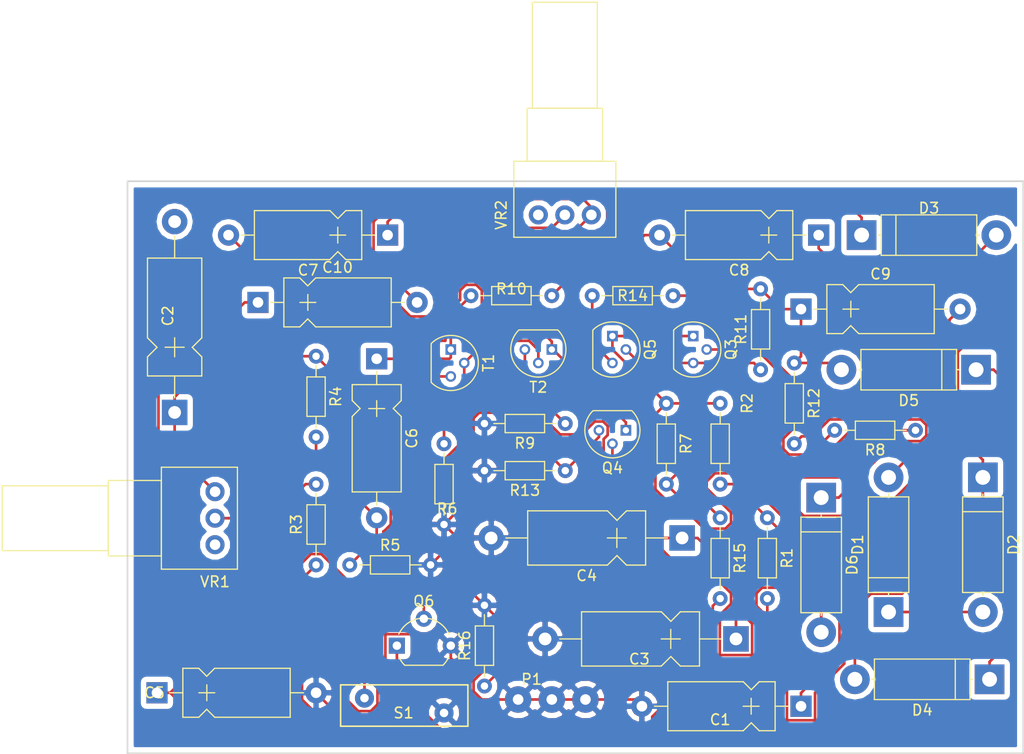
<source format=kicad_pcb>
(kicad_pcb (version 4) (host pcbnew 4.0.5)
  (title_block (title FinalProjectPCB) (date 2017-06-12) (rev V1.0) (company "Ventspils College") (comment 1 Autor) (comment 2 "Ahmet Çelik") (comment 3 "Final_Project_PCB Kurs"))
  (layers (0 F.Cu signal) (31 B.Cu signal) (34 B.Paste user) (35 F.Paste user) (36 B.SilkS user) (37 F.SilkS user) (38 B.Mask user) (39 F.Mask user) (44 Edge.Cuts user))
  (net 0 "")
  (net 1 "Net-(C1-Pad1)")
  (net 2 GND)
  (net 3 "Net-(C2-Pad1)")
  (net 4 "Net-(C2-Pad2)")
  (net 5 +63V)
  (net 6 "Net-(C5-Pad1)")
  (net 7 "Net-(C6-Pad1)")
  (net 8 "Net-(C6-Pad2)")
  (net 9 "Net-(C7-Pad1)")
  (net 10 "Net-(C7-Pad2)")
  (net 11 "Net-(C8-Pad1)")
  (net 12 "Net-(C10-Pad2)")
  (net 13 "Net-(C9-Pad2)")
  (net 14 "Net-(C10-Pad1)")
  (net 15 "Net-(D1-Pad1)")
  (net 16 "Net-(D1-Pad2)")
  (net 17 "Net-(D2-Pad1)")
  (net 18 "Net-(D3-Pad1)")
  (net 19 "Net-(D4-Pad1)")
  (net 20 "Net-(D6-Pad1)")
  (net 21 "Net-(D6-Pad2)")
  (net 22 "Net-(Q3-Pad3)")
  (net 23 "Net-(Q4-Pad3)")
  (net 24 "Net-(Q5-Pad3)")
  (net 25 "Net-(R3-Pad2)")
  (net 26 "Net-(R9-Pad1)")
  (net 27 "Net-(R14-Pad2)")
  (module Capacitors_THT:CP_Axial_L10.0mm_D4.5mm_P15.00mm_Horizontal (layer F.Cu) (at 74.535 54.61)
    (fp_text reference C10 (at 7.5 -3.31) (layer F.SilkS))
    (fp_text value 220uF)
    (pad 1 thru_hole rect (at 0 0) (size 2 2) (drill 1) (layers *.Cu *.Mask) (net 14 "Net-(C10-Pad1)"))
    (pad 2 thru_hole oval (at 15 0) (size 2 2) (drill 1) (layers *.Cu *.Mask) (net 12 "Net-(C10-Pad2)"))
  )
  (module Resistors_THT:R_Axial_DIN0204_L3.6mm_D1.6mm_P7.62mm_Horizontal (layer F.Cu) (at 125.095 60.325 270)
    (fp_text reference R12 (at 3.81 -1.86 270) (layer F.SilkS))
    (fp_text value 220)
    (pad 1 thru_hole circle (at 0 0 270) (size 1.4 1.4) (drill 0.7) (layers *.Cu *.Mask) (net 12 "Net-(C10-Pad2)"))
    (pad 2 thru_hole oval (at 7.62 0 270) (size 1.4 1.4) (drill 0.7) (layers *.Cu *.Mask) (net 20 "Net-(D6-Pad1)"))
  )
  (module Capacitors_THT:CP_Axial_L10.0mm_D4.5mm_P15.00mm_Horizontal (layer F.Cu) (at 125.73 92.71 180)
    (fp_text reference C1 (at 7.62 -1.27 180) (layer F.SilkS))
    (fp_text value 2.2uF)
    (pad 1 thru_hole rect (at 0 0 180) (size 2 2) (drill 1) (layers *.Cu *.Mask) (net 1 "Net-(C1-Pad1)"))
    (pad 2 thru_hole oval (at 15 0 180) (size 2 2) (drill 1) (layers *.Cu *.Mask) (net 2 GND))
  )
  (module Capacitors_THT:CP_Axial_L11.0mm_D5.0mm_P18.00mm_Horizontal (layer F.Cu) (at 66.675 64.99 90)
    (fp_text reference C2 (at 9.11 -0.635 90) (layer F.SilkS))
    (fp_text value 0.47uF)
    (pad 1 thru_hole rect (at 0 0 90) (size 2.4 2.4) (drill 1.2) (layers *.Cu *.Mask) (net 3 "Net-(C2-Pad1)"))
    (pad 2 thru_hole oval (at 18 0 90) (size 2.4 2.4) (drill 1.2) (layers *.Cu *.Mask) (net 4 "Net-(C2-Pad2)"))
  )
  (module Capacitors_THT:CP_Axial_L11.0mm_D5.0mm_P18.00mm_Horizontal (layer F.Cu) (at 119.6 86.36 180)
    (fp_text reference C3 (at 9.11 -1.905 180) (layer F.SilkS))
    (fp_text value 33uF)
    (pad 1 thru_hole rect (at 0 0 180) (size 2.4 2.4) (drill 1.2) (layers *.Cu *.Mask) (net 5 +63V))
    (pad 2 thru_hole oval (at 18 0 180) (size 2.4 2.4) (drill 1.2) (layers *.Cu *.Mask) (net 2 GND))
  )
  (module Capacitors_THT:CP_Axial_L11.0mm_D5.0mm_P18.00mm_Horizontal (layer F.Cu) (at 114.52 76.835 180)
    (fp_text reference C4 (at 9 -3.56 180) (layer F.SilkS))
    (fp_text value 0.01uF)
    (pad 1 thru_hole rect (at 0 0 180) (size 2.4 2.4) (drill 1.2) (layers *.Cu *.Mask) (net 5 +63V))
    (pad 2 thru_hole oval (at 18 0 180) (size 2.4 2.4) (drill 1.2) (layers *.Cu *.Mask) (net 2 GND))
  )
  (module Capacitors_THT:CP_Axial_L10.0mm_D4.5mm_P15.00mm_Horizontal (layer F.Cu) (at 65.01 91.44)
    (fp_text reference C5 (at -0.24 0) (layer F.SilkS))
    (fp_text value 1uF)
    (pad 1 thru_hole rect (at 0 0) (size 2 2) (drill 1) (layers *.Cu *.Mask) (net 6 "Net-(C5-Pad1)"))
    (pad 2 thru_hole oval (at 15 0) (size 2 2) (drill 1) (layers *.Cu *.Mask) (net 2 GND))
  )
  (module Capacitors_THT:CP_Axial_L10.0mm_D4.5mm_P15.00mm_Horizontal (layer F.Cu) (at 85.725 59.93 270)
    (fp_text reference C6 (at 7.5 -3.31 270) (layer F.SilkS))
    (fp_text value 220uF)
    (pad 1 thru_hole rect (at 0 0 270) (size 2 2) (drill 1) (layers *.Cu *.Mask) (net 7 "Net-(C6-Pad1)"))
    (pad 2 thru_hole oval (at 15 0 270) (size 2 2) (drill 1) (layers *.Cu *.Mask) (net 8 "Net-(C6-Pad2)"))
  )
  (module Capacitors_THT:CP_Axial_L10.0mm_D4.5mm_P15.00mm_Horizontal (layer F.Cu) (at 86.755 48.26 180)
    (fp_text reference C7 (at 7.5 -3.31 180) (layer F.SilkS))
    (fp_text value 270pF)
    (pad 1 thru_hole rect (at 0 0 180) (size 2 2) (drill 1) (layers *.Cu *.Mask) (net 9 "Net-(C7-Pad1)"))
    (pad 2 thru_hole oval (at 15 0 180) (size 2 2) (drill 1) (layers *.Cu *.Mask) (net 10 "Net-(C7-Pad2)"))
  )
  (module Capacitors_THT:CP_Axial_L10.0mm_D4.5mm_P15.00mm_Horizontal (layer F.Cu) (at 127.395 48.26 180)
    (fp_text reference C8 (at 7.5 -3.31 180) (layer F.SilkS))
    (fp_text value 2200uF)
    (pad 1 thru_hole rect (at 0 0 180) (size 2 2) (drill 1) (layers *.Cu *.Mask) (net 11 "Net-(C8-Pad1)"))
    (pad 2 thru_hole oval (at 15 0 180) (size 2 2) (drill 1) (layers *.Cu *.Mask) (net 12 "Net-(C10-Pad2)"))
  )
  (module Capacitors_THT:CP_Axial_L10.0mm_D4.5mm_P15.00mm_Horizontal (layer F.Cu) (at 125.73 55.245)
    (fp_text reference C9 (at 7.5 -3.31) (layer F.SilkS))
    (fp_text value 0.1mF)
    (pad 1 thru_hole rect (at 0 0) (size 2 2) (drill 1) (layers *.Cu *.Mask) (net 12 "Net-(C10-Pad2)"))
    (pad 2 thru_hole oval (at 15 0) (size 2 2) (drill 1) (layers *.Cu *.Mask) (net 13 "Net-(C9-Pad2)"))
  )
  (module Diodes_THT:D_5W_P12.70mm_Horizontal (layer F.Cu) (at 133.985 83.82 90)
    (fp_text reference D1 (at 6.35 -2.91 90) (layer F.SilkS))
    (fp_text value D1N4004)
    (pad 1 thru_hole rect (at 0 0 90) (size 2.8 2.8) (drill 1.4) (layers *.Cu *.Mask) (net 15 "Net-(D1-Pad1)"))
    (pad 2 thru_hole oval (at 12.7 0 90) (size 2.8 2.8) (drill 1.4) (layers *.Cu *.Mask) (net 16 "Net-(D1-Pad2)"))
  )
  (module Diodes_THT:D_5W_P12.70mm_Horizontal (layer F.Cu) (at 142.875 71.12 270)
    (fp_text reference D2 (at 6.35 -2.91 270) (layer F.SilkS))
    (fp_text value D1N4004)
    (pad 1 thru_hole rect (at 0 0 270) (size 2.8 2.8) (drill 1.4) (layers *.Cu *.Mask) (net 17 "Net-(D2-Pad1)"))
    (pad 2 thru_hole oval (at 12.7 0 270) (size 2.8 2.8) (drill 1.4) (layers *.Cu *.Mask) (net 15 "Net-(D1-Pad1)"))
  )
  (module Diodes_THT:D_5W_P12.70mm_Horizontal (layer F.Cu) (at 131.445 48.26)
    (fp_text reference D3 (at 6.35 -2.54) (layer F.SilkS))
    (fp_text value D1N4004)
    (pad 1 thru_hole rect (at 0 0) (size 2.8 2.8) (drill 1.4) (layers *.Cu *.Mask) (net 18 "Net-(D3-Pad1)"))
    (pad 2 thru_hole oval (at 12.7 0) (size 2.8 2.8) (drill 1.4) (layers *.Cu *.Mask) (net 17 "Net-(D2-Pad1)"))
  )
  (module Diodes_THT:D_5W_P12.70mm_Horizontal (layer F.Cu) (at 143.51 90.17 180)
    (fp_text reference D4 (at 6.35 -2.91 180) (layer F.SilkS))
    (fp_text value D1N750)
    (pad 1 thru_hole rect (at 0 0 180) (size 2.8 2.8) (drill 1.4) (layers *.Cu *.Mask) (net 19 "Net-(D4-Pad1)"))
    (pad 2 thru_hole oval (at 12.7 0 180) (size 2.8 2.8) (drill 1.4) (layers *.Cu *.Mask) (net 17 "Net-(D2-Pad1)"))
  )
  (module Diodes_THT:D_5W_P12.70mm_Horizontal (layer F.Cu) (at 142.24 60.96 180)
    (fp_text reference D5 (at 6.35 -2.91 180) (layer F.SilkS))
    (fp_text value D1N750)
    (pad 1 thru_hole rect (at 0 0 180) (size 2.8 2.8) (drill 1.4) (layers *.Cu *.Mask) (net 19 "Net-(D4-Pad1)"))
    (pad 2 thru_hole oval (at 12.7 0 180) (size 2.8 2.8) (drill 1.4) (layers *.Cu *.Mask) (net 12 "Net-(C10-Pad2)"))
  )
  (module Diodes_THT:D_5W_P12.70mm_Horizontal (layer F.Cu) (at 127.635 73.025 270)
    (fp_text reference D6 (at 6.35 -2.91 270) (layer F.SilkS))
    (fp_text value D1N4004)
    (pad 1 thru_hole rect (at 0 0 270) (size 2.8 2.8) (drill 1.4) (layers *.Cu *.Mask) (net 20 "Net-(D6-Pad1)"))
    (pad 2 thru_hole oval (at 12.7 0 270) (size 2.8 2.8) (drill 1.4) (layers *.Cu *.Mask) (net 21 "Net-(D6-Pad2)"))
  )
  (module TO_SOT_Packages_THT:TO-92_Molded_Narrow (layer F.Cu) (at 115.57 57.785 270)
    (fp_text reference Q3 (at 1.27 -3.56 270) (layer F.SilkS))
    (fp_text value D400)
    (pad 2 thru_hole circle (at 1.27 -1.27) (size 1 1) (drill 0.6) (layers *.Cu *.Mask) (net 16 "Net-(D1-Pad2)"))
    (pad 3 thru_hole circle (at 2.54 0) (size 1 1) (drill 0.6) (layers *.Cu *.Mask) (net 22 "Net-(Q3-Pad3)"))
    (pad 1 thru_hole rect (at 0 0) (size 1 1) (drill 0.6) (layers *.Cu *.Mask) (net 5 +63V))
  )
  (module TO_SOT_Packages_THT:TO-92_Molded_Narrow (layer F.Cu) (at 109.22 66.675 180)
    (fp_text reference Q4 (at 1.27 -3.56 180) (layer F.SilkS))
    (fp_text value A683)
    (pad 2 thru_hole circle (at 1.27 -1.27 270) (size 1 1) (drill 0.6) (layers *.Cu *.Mask) (net 20 "Net-(D6-Pad1)"))
    (pad 3 thru_hole circle (at 2.54 0 270) (size 1 1) (drill 0.6) (layers *.Cu *.Mask) (net 23 "Net-(Q4-Pad3)"))
    (pad 1 thru_hole rect (at 0 0 270) (size 1 1) (drill 0.6) (layers *.Cu *.Mask) (net 9 "Net-(C7-Pad1)"))
  )
  (module TO_SOT_Packages_THT:TO-92_Molded_Narrow (layer F.Cu) (at 107.95 57.785 270)
    (fp_text reference Q5 (at 1.27 -3.56 270) (layer F.SilkS))
    (fp_text value TIP3055)
    (pad 2 thru_hole circle (at 1.27 -1.27) (size 1 1) (drill 0.6) (layers *.Cu *.Mask) (net 22 "Net-(Q3-Pad3)"))
    (pad 3 thru_hole circle (at 2.54 0) (size 1 1) (drill 0.6) (layers *.Cu *.Mask) (net 24 "Net-(Q5-Pad3)"))
    (pad 1 thru_hole rect (at 0 0) (size 1 1) (drill 0.6) (layers *.Cu *.Mask) (net 5 +63V))
  )
  (module Resistors_THT:R_Axial_DIN0204_L3.6mm_D1.6mm_P7.62mm_Horizontal (layer F.Cu) (at 122.555 74.93 270)
    (fp_text reference R1 (at 3.81 -1.86 270) (layer F.SilkS))
    (fp_text value 12K)
    (pad 1 thru_hole circle (at 0 0 270) (size 1.4 1.4) (drill 0.7) (layers *.Cu *.Mask) (net 1 "Net-(C1-Pad1)"))
    (pad 2 thru_hole oval (at 7.62 0 270) (size 1.4 1.4) (drill 0.7) (layers *.Cu *.Mask) (net 6 "Net-(C5-Pad1)"))
  )
  (module Resistors_THT:R_Axial_DIN0204_L3.6mm_D1.6mm_P7.62mm_Horizontal (layer F.Cu) (at 118.11 64.135 270)
    (fp_text reference R2 (at 0 -2.54 270) (layer F.SilkS))
    (fp_text value 39K)
    (pad 1 thru_hole circle (at 0 0 270) (size 1.4 1.4) (drill 0.7) (layers *.Cu *.Mask) (net 5 +63V))
    (pad 2 thru_hole oval (at 7.62 0 270) (size 1.4 1.4) (drill 0.7) (layers *.Cu *.Mask) (net 1 "Net-(C1-Pad1)"))
  )
  (module Resistors_THT:R_Axial_DIN0204_L3.6mm_D1.6mm_P7.62mm_Horizontal (layer F.Cu) (at 80.01 79.375 90)
    (fp_text reference R3 (at 3.81 -1.86 90) (layer F.SilkS))
    (fp_text value 56K)
    (pad 1 thru_hole circle (at 0 0 90) (size 1.4 1.4) (drill 0.7) (layers *.Cu *.Mask) (net 6 "Net-(C5-Pad1)"))
    (pad 2 thru_hole oval (at 7.62 0 90) (size 1.4 1.4) (drill 0.7) (layers *.Cu *.Mask) (net 25 "Net-(R3-Pad2)"))
  )
  (module Resistors_THT:R_Axial_DIN0204_L3.6mm_D1.6mm_P7.62mm_Horizontal (layer F.Cu) (at 80.01 59.69 270)
    (fp_text reference R4 (at 3.81 -1.86 270) (layer F.SilkS))
    (fp_text value 100K)
    (pad 1 thru_hole circle (at 0 0 270) (size 1.4 1.4) (drill 0.7) (layers *.Cu *.Mask) (net 3 "Net-(C2-Pad1)"))
    (pad 2 thru_hole oval (at 7.62 0 270) (size 1.4 1.4) (drill 0.7) (layers *.Cu *.Mask) (net 8 "Net-(C6-Pad2)"))
  )
  (module Resistors_THT:R_Axial_DIN0204_L3.6mm_D1.6mm_P7.62mm_Horizontal (layer F.Cu) (at 83.185 79.375)
    (fp_text reference R5 (at 3.81 -1.86) (layer F.SilkS))
    (fp_text value 100)
    (pad 1 thru_hole circle (at 0 0) (size 1.4 1.4) (drill 0.7) (layers *.Cu *.Mask) (net 8 "Net-(C6-Pad2)"))
    (pad 2 thru_hole oval (at 7.62 0) (size 1.4 1.4) (drill 0.7) (layers *.Cu *.Mask) (net 2 GND))
  )
  (module Resistors_THT:R_Axial_DIN0204_L3.6mm_D1.6mm_P7.62mm_Horizontal (layer F.Cu) (at 92.075 67.945 270)
    (fp_text reference R6 (at 6.139999 -0.295 360) (layer F.SilkS))
    (fp_text value 3.3K)
    (pad 1 thru_hole circle (at 0 0 270) (size 1.4 1.4) (drill 0.7) (layers *.Cu *.Mask) (net 10 "Net-(C7-Pad2)"))
    (pad 2 thru_hole oval (at 7.62 0 270) (size 1.4 1.4) (drill 0.7) (layers *.Cu *.Mask) (net 2 GND))
  )
  (module Resistors_THT:R_Axial_DIN0204_L3.6mm_D1.6mm_P7.62mm_Horizontal (layer F.Cu) (at 113.03 64.135 270)
    (fp_text reference R7 (at 3.81 -1.86 270) (layer F.SilkS))
    (fp_text value 560)
    (pad 1 thru_hole circle (at 0 0 270) (size 1.4 1.4) (drill 0.7) (layers *.Cu *.Mask) (net 5 +63V))
    (pad 2 thru_hole oval (at 7.62 0 270) (size 1.4 1.4) (drill 0.7) (layers *.Cu *.Mask) (net 11 "Net-(C8-Pad1)"))
  )
  (module Resistors_THT:R_Axial_DIN0204_L3.6mm_D1.6mm_P7.62mm_Horizontal (layer F.Cu) (at 136.525 66.675 180)
    (fp_text reference R8 (at 3.81 -1.86 180) (layer F.SilkS))
    (fp_text value 1)
    (pad 1 thru_hole circle (at 0 0 180) (size 1.4 1.4) (drill 0.7) (layers *.Cu *.Mask) (net 11 "Net-(C8-Pad1)"))
    (pad 2 thru_hole oval (at 7.62 0 180) (size 1.4 1.4) (drill 0.7) (layers *.Cu *.Mask) (net 16 "Net-(D1-Pad2)"))
  )
  (module Resistors_THT:R_Axial_DIN0204_L3.6mm_D1.6mm_P7.62mm_Horizontal (layer F.Cu) (at 103.505 66.04 180)
    (fp_text reference R9 (at 3.81 -1.86 180) (layer F.SilkS))
    (fp_text value 100)
    (pad 1 thru_hole circle (at 0 0 180) (size 1.4 1.4) (drill 0.7) (layers *.Cu *.Mask) (net 26 "Net-(R9-Pad1)"))
    (pad 2 thru_hole oval (at 7.62 0 180) (size 1.4 1.4) (drill 0.7) (layers *.Cu *.Mask) (net 2 GND))
  )
  (module Resistors_THT:R_Axial_DIN0204_L3.6mm_D1.6mm_P7.62mm_Horizontal (layer F.Cu) (at 94.615 53.975)
    (fp_text reference R10 (at 3.81 -0.635) (layer F.SilkS))
    (fp_text value 5K6)
    (pad 1 thru_hole circle (at 0 0) (size 1.4 1.4) (drill 0.7) (layers *.Cu *.Mask) (net 7 "Net-(C6-Pad1)"))
    (pad 2 thru_hole oval (at 7.62 0) (size 1.4 1.4) (drill 0.7) (layers *.Cu *.Mask) (net 12 "Net-(C10-Pad2)"))
  )
  (module Resistors_THT:R_Axial_DIN0204_L3.6mm_D1.6mm_P7.62mm_Horizontal (layer F.Cu) (at 121.92 60.96 90)
    (fp_text reference R11 (at 3.81 -1.86 90) (layer F.SilkS))
    (fp_text value 220)
    (pad 1 thru_hole circle (at 0 0 90) (size 1.4 1.4) (drill 0.7) (layers *.Cu *.Mask) (net 22 "Net-(Q3-Pad3)"))
    (pad 2 thru_hole oval (at 7.62 0 90) (size 1.4 1.4) (drill 0.7) (layers *.Cu *.Mask) (net 12 "Net-(C10-Pad2)"))
  )
  (module Resistors_THT:R_Axial_DIN0204_L3.6mm_D1.6mm_P7.62mm_Horizontal (layer F.Cu) (at 103.505 70.485 180)
    (fp_text reference R13 (at 3.81 -1.86 180) (layer F.SilkS))
    (fp_text value 220)
    (pad 1 thru_hole circle (at 0 0 180) (size 1.4 1.4) (drill 0.7) (layers *.Cu *.Mask) (net 23 "Net-(Q4-Pad3)"))
    (pad 2 thru_hole oval (at 7.62 0 180) (size 1.4 1.4) (drill 0.7) (layers *.Cu *.Mask) (net 2 GND))
  )
  (module Resistors_THT:R_Axial_DIN0204_L3.6mm_D1.6mm_P7.62mm_Horizontal (layer F.Cu) (at 106.045 53.975)
    (fp_text reference R14 (at 3.81 0 180) (layer F.SilkS))
    (fp_text value 0.33)
    (pad 1 thru_hole circle (at 0 0) (size 1.4 1.4) (drill 0.7) (layers *.Cu *.Mask) (net 24 "Net-(Q5-Pad3)"))
    (pad 2 thru_hole oval (at 7.62 0) (size 1.4 1.4) (drill 0.7) (layers *.Cu *.Mask) (net 27 "Net-(R14-Pad2)"))
  )
  (module Resistors_THT:R_Axial_DIN0204_L3.6mm_D1.6mm_P7.62mm_Horizontal (layer F.Cu) (at 118.11 74.93 270)
    (fp_text reference R15 (at 3.81 -1.86 270) (layer F.SilkS))
    (fp_text value 0.33)
    (pad 1 thru_hole circle (at 0 0 270) (size 1.4 1.4) (drill 0.7) (layers *.Cu *.Mask) (net 27 "Net-(R14-Pad2)"))
    (pad 2 thru_hole oval (at 7.62 0 270) (size 1.4 1.4) (drill 0.7) (layers *.Cu *.Mask) (net 21 "Net-(D6-Pad2)"))
  )
  (module Resistors_THT:R_Axial_DIN0204_L3.6mm_D1.6mm_P7.62mm_Horizontal (layer F.Cu) (at 95.885 90.805 90)
    (fp_text reference R16 (at 3.81 -1.86 90) (layer F.SilkS))
    (fp_text value 10)
    (pad 1 thru_hole circle (at 0 0 90) (size 1.4 1.4) (drill 0.7) (layers *.Cu *.Mask) (net 13 "Net-(C9-Pad2)"))
    (pad 2 thru_hole oval (at 7.62 0 90) (size 1.4 1.4) (drill 0.7) (layers *.Cu *.Mask) (net 2 GND))
  )
  (module Varistors:RV_Disc_D12_W3.9_P7.5 (layer F.Cu) (at 84.575 91.945)
    (fp_text reference S1 (at 3.69 1.4) (layer F.SilkS))
    (fp_text value 8K)
    (pad 1 thru_hole circle (at 0 0) (size 1.8 1.8) (drill 0.8) (layers *.Cu *.Mask) (net 14 "Net-(C10-Pad1)"))
    (pad 2 thru_hole circle (at 7.5 1.4) (size 1.8 1.8) (drill 0.8) (layers *.Cu *.Mask) (net 2 GND))
  )
  (module TO_SOT_Packages_THT:TO-92_Molded_Narrow (layer F.Cu) (at 92.71 59.055 270)
    (fp_text reference T1 (at 1.27 -3.56 270) (layer F.SilkS))
    (fp_text value A733)
    (pad 2 thru_hole circle (at 1.27 -1.27) (size 1 1) (drill 0.6) (layers *.Cu *.Mask) (net 10 "Net-(C7-Pad2)"))
    (pad 3 thru_hole circle (at 2.54 0) (size 1 1) (drill 0.6) (layers *.Cu *.Mask) (net 3 "Net-(C2-Pad1)"))
    (pad 1 thru_hole rect (at 0 0) (size 1 1) (drill 0.6) (layers *.Cu *.Mask) (net 7 "Net-(C6-Pad1)"))
  )
  (module TO_SOT_Packages_THT:TO-92_Molded_Narrow (layer F.Cu) (at 102.235 59.055 180)
    (fp_text reference T2 (at 1.27 -3.56 180) (layer F.SilkS))
    (fp_text value D313)
    (pad 2 thru_hole circle (at 1.27 -1.27 270) (size 1 1) (drill 0.6) (layers *.Cu *.Mask) (net 10 "Net-(C7-Pad2)"))
    (pad 3 thru_hole circle (at 2.54 0 270) (size 1 1) (drill 0.6) (layers *.Cu *.Mask) (net 26 "Net-(R9-Pad1)"))
    (pad 1 thru_hole rect (at 0 0 270) (size 1 1) (drill 0.6) (layers *.Cu *.Mask) (net 9 "Net-(C7-Pad1)"))
  )
  (module Wire_Pads:SolderWirePad_3x_1mmDrill (layer F.Cu) (at 102.235 92.075 180)
    (fp_text reference P1 (at 1.905 1.905 180) (layer F.SilkS))
    (fp_text value Entrada)
    (pad 1 thru_hole circle (at -3.175 0 180) (size 2.49936 2.49936) (drill 1.00076) (layers *.Cu *.Mask) (net 2 GND))
    (pad 1 thru_hole circle (at 0 0 180) (size 2.49936 2.49936) (drill 1.00076) (layers *.Cu *.Mask) (net 2 GND))
    (pad 1 thru_hole circle (at 3.175 0 180) (size 2.49936 2.49936) (drill 1.00076) (layers *.Cu *.Mask) (net 2 GND))
  )
  (module TO_SOT_Packages_THT:TO-92_Molded_Wide (layer F.Cu) (at 87.63 86.995)
    (fp_text reference Q6 (at 2.54 -4.19 180) (layer F.SilkS))
    (fp_text value TIP3055)
    (pad 2 thru_hole circle (at 2.54 -2.54 90) (size 1.52 1.52) (drill 0.8) (layers *.Cu *.Mask) (net 23 "Net-(Q4-Pad3)"))
    (pad 3 thru_hole circle (at 5.08 0 90) (size 1.52 1.52) (drill 0.8) (layers *.Cu *.Mask) (net 2 GND))
    (pad 1 thru_hole rect (at 0 0 90) (size 1.52 1.52) (drill 0.8) (layers *.Cu *.Mask) (net 21 "Net-(D6-Pad2)"))
  )
  (module Potentiometers:Potentiometer_Alps_RK097_Single_Vertical (layer F.Cu) (at 70.485 72.47 180)
    (fp_text reference VR1 (at 0 -8.5 180) (layer F.SilkS))
    (fp_text value 100K)
    (pad 3 thru_hole circle (at 0 -5 180) (size 1.8 1.8) (drill 1) (layers *.Cu *.Mask))
    (pad 2 thru_hole circle (at 0 -2.5 180) (size 1.8 1.8) (drill 1) (layers *.Cu *.Mask) (net 25 "Net-(R3-Pad2)"))
    (pad 1 thru_hole circle (at 0 0 180) (size 1.8 1.8) (drill 1) (layers *.Cu *.Mask) (net 3 "Net-(C2-Pad1)"))
  )
  (module Potentiometers:Potentiometer_Alps_RK097_Single_Vertical (layer F.Cu) (at 105.965 46.355 90)
    (fp_text reference VR2 (at 0 -8.5 90) (layer F.SilkS))
    (fp_text value 10)
    (pad 3 thru_hole circle (at 0 -5 90) (size 1.8 1.8) (drill 1) (layers *.Cu *.Mask))
    (pad 2 thru_hole circle (at 0 -2.5 90) (size 1.8 1.8) (drill 1) (layers *.Cu *.Mask) (net 18 "Net-(D3-Pad1)"))
    (pad 1 thru_hole circle (at 0 0 90) (size 1.8 1.8) (drill 1) (layers *.Cu *.Mask) (net 9 "Net-(C7-Pad1)"))
  )
  (gr_line (start 62.23 97.155) (end 146.685 97.155) (layer Edge.Cuts) (width 0.15))
  (gr_line (start 62.23 43.18) (end 62.23 97.155) (layer Edge.Cuts) (width 0.15))
  (gr_line (start 146.685 43.18) (end 146.685 97.155) (layer Edge.Cuts) (width 0.15))
  (gr_line (start 62.23 43.18) (end 146.685 43.18) (layer Edge.Cuts) (width 0.15))
  (segment (start 118.11 71.755) (end 119.38 71.755) (width 0.25) (layer F.Cu) (net 1))
  (segment (start 119.38 71.755) (end 122.555 74.93) (width 0.25) (layer F.Cu) (net 1))
  (segment (start 122.555 74.93) (end 129.360001 81.735001) (width 0.25) (layer F.Cu) (net 1))
  (segment (start 129.360001 81.735001) (end 129.360001 87.829999) (width 0.25) (layer F.Cu) (net 1))
  (segment (start 125.73 91.46) (end 125.73 92.71) (width 0.25) (layer F.Cu) (net 1))
  (segment (start 129.360001 87.829999) (end 125.73 91.46) (width 0.25) (layer F.Cu) (net 1))
  (segment (start 92.71 86.995) (end 92.71 88.163) (width 0.25) (layer F.Cu) (net 2))
  (segment (start 92.71 88.163) (end 94.859999 90.312999) (width 0.25) (layer F.Cu) (net 2))
  (segment (start 92.075 93.345) (end 92.974999 92.445001) (width 0.25) (layer F.Cu) (net 2))
  (segment (start 92.974999 92.445001) (end 93.711999 92.445001) (width 0.25) (layer F.Cu) (net 2))
  (segment (start 93.711999 92.445001) (end 94.859999 91.297001) (width 0.25) (layer F.Cu) (net 2))
  (segment (start 80.01 91.44) (end 82.190011 93.620011) (width 0.25) (layer F.Cu) (net 2))
  (segment (start 85.349401 93.620011) (end 86.544999 92.424413) (width 0.25) (layer F.Cu) (net 2))
  (segment (start 82.190011 93.620011) (end 85.349401 93.620011) (width 0.25) (layer F.Cu) (net 2))
  (segment (start 86.544999 92.424413) (end 86.544999 85.974999) (width 0.25) (layer F.Cu) (net 2))
  (segment (start 86.609999 85.909999) (end 91.624999 85.909999) (width 0.25) (layer F.Cu) (net 2))
  (segment (start 86.544999 85.974999) (end 86.609999 85.909999) (width 0.25) (layer F.Cu) (net 2))
  (segment (start 91.950001 86.235001) (end 92.71 86.995) (width 0.25) (layer F.Cu) (net 2))
  (segment (start 91.624999 85.909999) (end 91.950001 86.235001) (width 0.25) (layer F.Cu) (net 2))
  (segment (start 101.6 86.36) (end 98.812998 86.36) (width 0.25) (layer F.Cu) (net 2))
  (segment (start 98.812998 86.36) (end 94.859999 90.312999) (width 0.25) (layer F.Cu) (net 2))
  (segment (start 94.859999 90.312999) (end 94.859999 91.297001) (width 0.25) (layer F.Cu) (net 2))
  (segment (start 94.859999 91.297001) (end 95.637998 92.075) (width 0.25) (layer F.Cu) (net 2))
  (segment (start 95.637998 92.075) (end 97.292686 92.075) (width 0.25) (layer F.Cu) (net 2))
  (segment (start 97.292686 92.075) (end 99.06 92.075) (width 0.25) (layer F.Cu) (net 2))
  (segment (start 105.41 92.075) (end 110.095 92.075) (width 0.25) (layer F.Cu) (net 2))
  (segment (start 110.095 92.075) (end 110.73 92.71) (width 0.25) (layer F.Cu) (net 2))
  (segment (start 102.235 92.075) (end 105.41 92.075) (width 0.25) (layer F.Cu) (net 2))
  (segment (start 99.06 92.075) (end 102.235 92.075) (width 0.25) (layer F.Cu) (net 2))
  (segment (start 95.885 83.185) (end 99.06 86.36) (width 0.25) (layer F.Cu) (net 2))
  (segment (start 99.06 86.36) (end 101.6 86.36) (width 0.25) (layer F.Cu) (net 2))
  (segment (start 90.805 79.375) (end 92.075 79.375) (width 0.25) (layer F.Cu) (net 2))
  (segment (start 92.075 79.375) (end 95.885 83.185) (width 0.25) (layer F.Cu) (net 2))
  (segment (start 110.095 93.345) (end 110.73 92.71) (width 0.25) (layer F.Cu) (net 2))
  (segment (start 90.805 79.375) (end 91.504999 78.675001) (width 0.25) (layer F.Cu) (net 2))
  (segment (start 91.504999 78.675001) (end 93.345 76.835) (width 0.25) (layer F.Cu) (net 2))
  (segment (start 92.075 75.565) (end 93.345 76.835) (width 0.25) (layer F.Cu) (net 2))
  (segment (start 93.345 76.835) (end 96.52 76.835) (width 0.25) (layer F.Cu) (net 2))
  (segment (start 95.885 70.485) (end 95.885 71.755) (width 0.25) (layer F.Cu) (net 2))
  (segment (start 95.885 71.755) (end 92.075 75.565) (width 0.25) (layer F.Cu) (net 2))
  (segment (start 95.885 66.04) (end 95.885 67.029949) (width 0.25) (layer F.Cu) (net 2))
  (segment (start 95.885 67.029949) (end 95.885 70.485) (width 0.25) (layer F.Cu) (net 2))
  (segment (start 66.675 64.99) (end 66.675 68.66) (width 0.25) (layer F.Cu) (net 3))
  (segment (start 66.675 68.66) (end 70.485 72.47) (width 0.25) (layer F.Cu) (net 3))
  (segment (start 80.01 59.69) (end 70.525 59.69) (width 0.25) (layer F.Cu) (net 3))
  (segment (start 70.525 59.69) (end 66.675 63.54) (width 0.25) (layer F.Cu) (net 3))
  (segment (start 66.675 63.54) (end 66.675 64.99) (width 0.25) (layer F.Cu) (net 3))
  (segment (start 92.71 61.595) (end 81.915 61.595) (width 0.25) (layer F.Cu) (net 3))
  (segment (start 81.915 61.595) (end 80.01 59.69) (width 0.25) (layer F.Cu) (net 3))
  (segment (start 114.52 76.835) (end 112.395 76.835) (width 0.25) (layer F.Cu) (net 5))
  (segment (start 112.395 76.835) (end 110.49 74.93) (width 0.25) (layer F.Cu) (net 5))
  (segment (start 110.49 74.93) (end 110.49 66.04) (width 0.25) (layer F.Cu) (net 5))
  (segment (start 110.49 66.04) (end 111.125 66.04) (width 0.25) (layer F.Cu) (net 5))
  (segment (start 111.125 66.04) (end 113.03 64.135) (width 0.25) (layer F.Cu) (net 5))
  (segment (start 114.52 76.835) (end 115.97 76.835) (width 0.25) (layer F.Cu) (net 5))
  (segment (start 115.97 76.835) (end 119.6 80.465) (width 0.25) (layer F.Cu) (net 5))
  (segment (start 119.6 80.465) (end 119.6 84.91) (width 0.25) (layer F.Cu) (net 5))
  (segment (start 119.6 84.91) (end 119.6 86.36) (width 0.25) (layer F.Cu) (net 5))
  (segment (start 113.03 64.135) (end 118.11 64.135) (width 0.25) (layer F.Cu) (net 5))
  (segment (start 107.95 57.785) (end 107.95 59.055) (width 0.25) (layer F.Cu) (net 5))
  (segment (start 107.95 59.055) (end 113.03 64.135) (width 0.25) (layer F.Cu) (net 5))
  (segment (start 107.95 57.785) (end 115.57 57.785) (width 0.25) (layer F.Cu) (net 5))
  (segment (start 69.6255 88.0745) (end 71.3105 88.0745) (width 0.25) (layer F.Cu) (net 6))
  (segment (start 71.3105 88.0745) (end 80.01 79.375) (width 0.25) (layer F.Cu) (net 6))
  (segment (start 66.26 91.44) (end 69.6255 88.0745) (width 0.25) (layer F.Cu) (net 6))
  (segment (start 123.494681 96.215319) (end 71.035319 96.215319) (width 0.25) (layer F.Cu) (net 6))
  (segment (start 71.035319 96.215319) (end 66.26 91.44) (width 0.25) (layer F.Cu) (net 6))
  (segment (start 66.26 91.44) (end 65.01 91.44) (width 0.25) (layer F.Cu) (net 6))
  (segment (start 123.494681 96.215319) (end 123.164362 95.885) (width 0.25) (layer F.Cu) (net 6))
  (segment (start 123.494681 94.919681) (end 123.494681 96.215319) (width 0.25) (layer F.Cu) (net 6))
  (segment (start 123.494681 94.919681) (end 122.555 93.98) (width 0.25) (layer F.Cu) (net 6))
  (segment (start 122.555 93.98) (end 122.555 82.55) (width 0.25) (layer F.Cu) (net 6))
  (segment (start 85.725 59.93) (end 92.585 59.93) (width 0.25) (layer F.Cu) (net 7))
  (segment (start 92.585 59.93) (end 92.71 59.805) (width 0.25) (layer F.Cu) (net 7))
  (segment (start 92.71 59.805) (end 92.71 59.055) (width 0.25) (layer F.Cu) (net 7))
  (segment (start 94.615 53.975) (end 92.71 55.88) (width 0.25) (layer F.Cu) (net 7))
  (segment (start 92.71 55.88) (end 92.71 59.055) (width 0.25) (layer F.Cu) (net 7))
  (segment (start 85.725 74.93) (end 85.725 76.835) (width 0.25) (layer F.Cu) (net 8))
  (segment (start 85.725 76.835) (end 83.185 79.375) (width 0.25) (layer F.Cu) (net 8))
  (segment (start 80.01 67.31) (end 80.01 69.215) (width 0.25) (layer F.Cu) (net 8))
  (segment (start 80.01 69.215) (end 85.725 74.93) (width 0.25) (layer F.Cu) (net 8))
  (segment (start 105.184999 44.859999) (end 105.965 45.64) (width 0.25) (layer F.Cu) (net 9))
  (segment (start 105.965 45.64) (end 105.965 46.355) (width 0.25) (layer F.Cu) (net 9))
  (segment (start 86.755 48.26) (end 86.755 47.01) (width 0.25) (layer F.Cu) (net 9))
  (segment (start 86.755 47.01) (end 88.905001 44.859999) (width 0.25) (layer F.Cu) (net 9))
  (segment (start 88.905001 44.859999) (end 105.184999 44.859999) (width 0.25) (layer F.Cu) (net 9))
  (segment (start 100.965 57.035) (end 100.965 51.355) (width 0.25) (layer F.Cu) (net 9))
  (segment (start 100.965 51.355) (end 105.965 46.355) (width 0.25) (layer F.Cu) (net 9))
  (segment (start 102.235 59.055) (end 102.235 58.305) (width 0.25) (layer F.Cu) (net 9))
  (segment (start 102.235 58.305) (end 100.965 57.035) (width 0.25) (layer F.Cu) (net 9))
  (segment (start 109.22 66.675) (end 109.22 65.925) (width 0.25) (layer F.Cu) (net 9))
  (segment (start 109.22 65.925) (end 102.35 59.055) (width 0.25) (layer F.Cu) (net 9))
  (segment (start 102.35 59.055) (end 102.235 59.055) (width 0.25) (layer F.Cu) (net 9))
  (segment (start 71.755 48.26) (end 76.835 53.34) (width 0.25) (layer F.Cu) (net 10))
  (segment (start 92.201501 58.039499) (end 92.25999 57.98101) (width 0.25) (layer F.Cu) (net 10))
  (segment (start 76.835 53.34) (end 76.835 57.15) (width 0.25) (layer F.Cu) (net 10))
  (segment (start 95.107001 52.949999) (end 95.640001 53.482999) (width 0.25) (layer F.Cu) (net 10))
  (segment (start 95.640001 53.482999) (end 95.640001 58.664999) (width 0.25) (layer F.Cu) (net 10))
  (segment (start 76.835 57.15) (end 77.914999 58.229999) (width 0.25) (layer F.Cu) (net 10))
  (segment (start 77.914999 58.229999) (end 92.201501 58.229999) (width 0.25) (layer F.Cu) (net 10))
  (segment (start 92.201501 58.229999) (end 92.201501 58.039499) (width 0.25) (layer F.Cu) (net 10))
  (segment (start 92.259991 55.693599) (end 93.589999 54.363591) (width 0.25) (layer F.Cu) (net 10))
  (segment (start 94.122999 52.949999) (end 95.107001 52.949999) (width 0.25) (layer F.Cu) (net 10))
  (segment (start 92.25999 57.98101) (end 92.259991 55.693599) (width 0.25) (layer F.Cu) (net 10))
  (segment (start 93.589999 54.363591) (end 93.589999 53.482999) (width 0.25) (layer F.Cu) (net 10))
  (segment (start 93.589999 53.482999) (end 94.122999 52.949999) (width 0.25) (layer F.Cu) (net 10))
  (segment (start 92.075 67.945) (end 92.075 63.5) (width 0.25) (layer F.Cu) (net 10))
  (segment (start 92.075 63.5) (end 92.71 63.5) (width 0.25) (layer F.Cu) (net 10))
  (segment (start 92.71 63.5) (end 93.98 62.23) (width 0.25) (layer F.Cu) (net 10))
  (segment (start 93.98 62.23) (end 93.98 60.325) (width 0.25) (layer F.Cu) (net 10))
  (segment (start 100.965 60.325) (end 100.965 59.103998) (width 0.25) (layer F.Cu) (net 10))
  (segment (start 100.965 59.103998) (end 100.091001 58.229999) (width 0.25) (layer F.Cu) (net 10))
  (segment (start 100.091001 58.229999) (end 96.075001 58.229999) (width 0.25) (layer F.Cu) (net 10))
  (segment (start 96.075001 58.229999) (end 95.640001 58.664999) (width 0.25) (layer F.Cu) (net 10))
  (segment (start 93.98 60.325) (end 95.640001 58.664999) (width 0.25) (layer F.Cu) (net 10))
  (segment (start 113.03 71.755) (end 114.95502 69.82998) (width 0.25) (layer F.Cu) (net 11))
  (segment (start 114.95502 69.82998) (end 122.53498 69.82998) (width 0.25) (layer F.Cu) (net 11))
  (segment (start 122.53498 69.82998) (end 123.825 71.12) (width 0.25) (layer F.Cu) (net 11))
  (segment (start 123.825 71.12) (end 130.55359 71.12) (width 0.25) (layer F.Cu) (net 11))
  (segment (start 130.55359 71.12) (end 134.99859 66.675) (width 0.25) (layer F.Cu) (net 11))
  (segment (start 134.99859 66.675) (end 135.535051 66.675) (width 0.25) (layer F.Cu) (net 11))
  (segment (start 135.535051 66.675) (end 136.525 66.675) (width 0.25) (layer F.Cu) (net 11))
  (segment (start 113.03 71.755) (end 117.230001 75.955001) (width 0.25) (layer F.Cu) (net 11))
  (segment (start 117.230001 75.955001) (end 118.602001 75.955001) (width 0.25) (layer F.Cu) (net 11))
  (segment (start 118.602001 75.955001) (end 119.135001 75.422001) (width 0.25) (layer F.Cu) (net 11))
  (segment (start 119.872001 70.729999) (end 124.342013 75.200011) (width 0.25) (layer F.Cu) (net 11))
  (segment (start 119.135001 75.422001) (end 119.135001 74.437999) (width 0.25) (layer F.Cu) (net 11))
  (segment (start 116.84 72.142998) (end 116.84 71.507998) (width 0.25) (layer F.Cu) (net 11))
  (segment (start 124.342013 75.200011) (end 133.094401 75.200011) (width 0.25) (layer F.Cu) (net 11))
  (segment (start 119.135001 74.437999) (end 116.84 72.142998) (width 0.25) (layer F.Cu) (net 11))
  (segment (start 116.84 71.507998) (end 117.617999 70.729999) (width 0.25) (layer F.Cu) (net 11))
  (segment (start 138.900029 69.394383) (end 138.900029 61.015029) (width 0.25) (layer F.Cu) (net 11))
  (segment (start 138.900029 61.015029) (end 127.395 49.51) (width 0.25) (layer F.Cu) (net 11))
  (segment (start 117.617999 70.729999) (end 119.872001 70.729999) (width 0.25) (layer F.Cu) (net 11))
  (segment (start 133.094401 75.200011) (end 138.900029 69.394383) (width 0.25) (layer F.Cu) (net 11))
  (segment (start 127.395 49.51) (end 127.395 48.26) (width 0.25) (layer F.Cu) (net 11))
  (segment (start 125.095 60.325) (end 128.905 60.325) (width 0.25) (layer F.Cu) (net 12))
  (segment (start 128.905 60.325) (end 129.54 60.96) (width 0.25) (layer F.Cu) (net 12))
  (segment (start 125.73 55.245) (end 125.73 59.69) (width 0.25) (layer F.Cu) (net 12))
  (segment (start 125.73 59.69) (end 125.095 60.325) (width 0.25) (layer F.Cu) (net 12))
  (segment (start 121.92 53.34) (end 123.825 55.245) (width 0.25) (layer F.Cu) (net 12))
  (segment (start 123.825 55.245) (end 125.73 55.245) (width 0.25) (layer F.Cu) (net 12))
  (segment (start 112.395 48.26) (end 117.475 53.34) (width 0.25) (layer F.Cu) (net 12))
  (segment (start 117.475 53.34) (end 121.92 53.34) (width 0.25) (layer F.Cu) (net 12))
  (segment (start 112.395 48.26) (end 110.980787 48.26) (width 0.25) (layer F.Cu) (net 12))
  (segment (start 110.980787 48.26) (end 110.490788 48.749999) (width 0.25) (layer F.Cu) (net 12))
  (segment (start 110.490788 48.749999) (end 107.460001 48.749999) (width 0.25) (layer F.Cu) (net 12))
  (segment (start 89.535 54.61) (end 85.429999 50.504999) (width 0.25) (layer F.Cu) (net 12))
  (segment (start 85.429999 50.504999) (end 85.429999 46.999999) (width 0.25) (layer F.Cu) (net 12))
  (segment (start 107.460001 48.749999) (end 102.934999 53.275001) (width 0.25) (layer F.Cu) (net 12))
  (segment (start 85.429999 46.999999) (end 88.020008 44.40999) (width 0.25) (layer F.Cu) (net 12))
  (segment (start 106.232592 44.40999) (end 107.460001 45.637399) (width 0.25) (layer F.Cu) (net 12))
  (segment (start 88.020008 44.40999) (end 106.232592 44.40999) (width 0.25) (layer F.Cu) (net 12))
  (segment (start 107.460001 45.637399) (end 107.460001 48.749999) (width 0.25) (layer F.Cu) (net 12))
  (segment (start 102.934999 53.275001) (end 102.235 53.975) (width 0.25) (layer F.Cu) (net 12))
  (segment (start 86.36 82.700002) (end 86.36 76.2) (width 0.25) (layer F.Cu) (net 13))
  (segment (start 85.800001 83.260001) (end 86.36 82.700002) (width 0.25) (layer F.Cu) (net 13))
  (segment (start 85.163001 93.170001) (end 85.800001 92.533001) (width 0.25) (layer F.Cu) (net 13))
  (segment (start 85.800001 92.533001) (end 85.800001 83.260001) (width 0.25) (layer F.Cu) (net 13))
  (segment (start 78.684999 92.076001) (end 81.28 94.671002) (width 0.25) (layer F.Cu) (net 13))
  (segment (start 81.28 94.671002) (end 81.528678 94.91968) (width 0.25) (layer F.Cu) (net 13))
  (segment (start 81.28 95.765309) (end 81.28 94.671002) (width 0.25) (layer F.Cu) (net 13))
  (segment (start 122.039691 95.765309) (end 81.28 95.765309) (width 0.25) (layer F.Cu) (net 13))
  (segment (start 122.25032 94.91968) (end 122.25032 95.55468) (width 0.25) (layer F.Cu) (net 13))
  (segment (start 122.25032 95.55468) (end 122.039691 95.765309) (width 0.25) (layer F.Cu) (net 13))
  (segment (start 133.926401 81.548601) (end 133.926401 75.004421) (width 0.25) (layer F.Cu) (net 13))
  (segment (start 133.926401 75.004421) (end 139.730001 69.200821) (width 0.25) (layer F.Cu) (net 13))
  (segment (start 139.730001 69.200821) (end 139.730001 56.244999) (width 0.25) (layer F.Cu) (net 13))
  (segment (start 139.730001 56.244999) (end 140.73 55.245) (width 0.25) (layer F.Cu) (net 13))
  (segment (start 107.124999 67.501411) (end 107.505001 67.121409) (width 0.25) (layer F.Cu) (net 13))
  (segment (start 107.505001 67.121409) (end 107.505001 66.278999) (width 0.25) (layer F.Cu) (net 13))
  (segment (start 95.885 90.805) (end 97.155 89.535) (width 0.25) (layer F.Cu) (net 13))
  (segment (start 124.469999 94.035001) (end 126.990001 94.035001) (width 0.25) (layer F.Cu) (net 13))
  (segment (start 100.512987 64.564989) (end 95.206599 64.564989) (width 0.25) (layer F.Cu) (net 13))
  (segment (start 95.206599 64.564989) (end 94.40999 65.361598) (width 0.25) (layer F.Cu) (net 13))
  (segment (start 97.155 89.535) (end 104.775 89.535) (width 0.25) (layer F.Cu) (net 13))
  (segment (start 94.409989 67.127013) (end 87.932003 73.604999) (width 0.25) (layer F.Cu) (net 13))
  (segment (start 104.775 89.535) (end 107.124999 87.185001) (width 0.25) (layer F.Cu) (net 13))
  (segment (start 122.10499 83.82) (end 121.529999 83.245009) (width 0.25) (layer F.Cu) (net 13))
  (segment (start 122.25032 94.91968) (end 122.554295 94.615705) (width 0.25) (layer F.Cu) (net 13))
  (segment (start 124.404999 82.053589) (end 124.404999 93.970001) (width 0.25) (layer F.Cu) (net 13))
  (segment (start 107.124999 87.185001) (end 107.124999 67.501411) (width 0.25) (layer F.Cu) (net 13))
  (segment (start 121.529999 83.245009) (end 121.529999 82.057999) (width 0.25) (layer F.Cu) (net 13))
  (segment (start 107.505001 66.278999) (end 107.076001 65.849999) (width 0.25) (layer F.Cu) (net 13))
  (segment (start 105.068997 67.065001) (end 103.012999 67.065001) (width 0.25) (layer F.Cu) (net 13))
  (segment (start 126.990001 94.035001) (end 127.055001 93.970001) (width 0.25) (layer F.Cu) (net 13))
  (segment (start 107.076001 65.849999) (end 106.283999 65.849999) (width 0.25) (layer F.Cu) (net 13))
  (segment (start 106.283999 65.849999) (end 105.068997 67.065001) (width 0.25) (layer F.Cu) (net 13))
  (segment (start 103.012999 67.065001) (end 100.512987 64.564989) (width 0.25) (layer F.Cu) (net 13))
  (segment (start 122.554295 94.615705) (end 122.10499 94.1664) (width 0.25) (layer F.Cu) (net 13))
  (segment (start 94.40999 65.361598) (end 94.409989 67.127013) (width 0.25) (layer F.Cu) (net 13))
  (segment (start 87.932003 73.604999) (end 87.050001 73.604999) (width 0.25) (layer F.Cu) (net 13))
  (segment (start 87.050001 73.604999) (end 87.050001 75.566001) (width 0.25) (layer F.Cu) (net 13))
  (segment (start 78.684999 89.590001) (end 78.684999 92.076001) (width 0.25) (layer F.Cu) (net 13))
  (segment (start 87.050001 75.566001) (end 86.361001 76.255001) (width 0.25) (layer F.Cu) (net 13))
  (segment (start 85.163001 93.170001) (end 83.986999 93.170001) (width 0.25) (layer F.Cu) (net 13))
  (segment (start 83.986999 93.170001) (end 80.406999 89.590001) (width 0.25) (layer F.Cu) (net 13))
  (segment (start 80.406999 89.590001) (end 78.684999 89.590001) (width 0.25) (layer F.Cu) (net 13))
  (segment (start 122.10499 94.1664) (end 122.10499 83.82) (width 0.25) (layer F.Cu) (net 13))
  (segment (start 129.810011 81.548601) (end 133.926401 81.548601) (width 0.25) (layer F.Cu) (net 13))
  (segment (start 121.529999 82.057999) (end 122.062999 81.524999) (width 0.25) (layer F.Cu) (net 13))
  (segment (start 122.062999 81.524999) (end 123.876409 81.524999) (width 0.25) (layer F.Cu) (net 13))
  (segment (start 123.876409 81.524999) (end 124.404999 82.053589) (width 0.25) (layer F.Cu) (net 13))
  (segment (start 124.404999 93.970001) (end 124.469999 94.035001) (width 0.25) (layer F.Cu) (net 13))
  (segment (start 127.055001 93.970001) (end 127.055001 91.449999) (width 0.25) (layer F.Cu) (net 13))
  (segment (start 127.055001 91.449999) (end 129.810011 88.694989) (width 0.25) (layer F.Cu) (net 13))
  (segment (start 129.810011 88.694989) (end 129.810011 81.548601) (width 0.25) (layer F.Cu) (net 13))
  (segment (start 65.151 80.9625) (end 76.905498 80.9625) (width 0.25) (layer F.Cu) (net 14))
  (segment (start 76.905498 80.9625) (end 79.517999 78.349999) (width 0.25) (layer F.Cu) (net 14))
  (segment (start 79.517999 78.349999) (end 80.502001 78.349999) (width 0.25) (layer F.Cu) (net 14))
  (segment (start 80.502001 78.349999) (end 84.575 82.422998) (width 0.25) (layer F.Cu) (net 14))
  (segment (start 84.575 82.422998) (end 84.575 90.672208) (width 0.25) (layer F.Cu) (net 14))
  (segment (start 84.575 90.672208) (end 84.575 91.945) (width 0.25) (layer F.Cu) (net 14))
  (segment (start 65.151 77.6605) (end 65.151 80.9625) (width 0.25) (layer F.Cu) (net 14))
  (segment (start 65.149999 77.659499) (end 65.151 77.6605) (width 0.25) (layer F.Cu) (net 14))
  (segment (start 74.535 54.61) (end 73.285 54.61) (width 0.25) (layer F.Cu) (net 14))
  (segment (start 73.285 54.61) (end 65.149999 62.745001) (width 0.25) (layer F.Cu) (net 14))
  (segment (start 65.149999 62.745001) (end 65.149999 77.659499) (width 0.25) (layer F.Cu) (net 14))
  (segment (start 135.635 83.82) (end 142.875 83.82) (width 0.25) (layer F.Cu) (net 15))
  (segment (start 133.985 83.82) (end 135.635 83.82) (width 0.25) (layer F.Cu) (net 15))
  (segment (start 123.825 61.347998) (end 123.825 67.208) (width 0.25) (layer F.Cu) (net 16))
  (segment (start 123.825 67.208) (end 124.069999 67.452999) (width 0.25) (layer F.Cu) (net 16))
  (segment (start 116.84 59.055) (end 121.532002 59.055) (width 0.25) (layer F.Cu) (net 16))
  (segment (start 121.532002 59.055) (end 123.825 61.347998) (width 0.25) (layer F.Cu) (net 16))
  (segment (start 137.203401 68.150011) (end 136.954989 68.150011) (width 0.25) (layer F.Cu) (net 16))
  (segment (start 136.954989 68.150011) (end 133.985 71.12) (width 0.25) (layer F.Cu) (net 16))
  (segment (start 128.905 66.675) (end 126.609999 68.970001) (width 0.25) (layer F.Cu) (net 16))
  (segment (start 124.069999 68.437001) (end 124.069999 67.452999) (width 0.25) (layer F.Cu) (net 16))
  (segment (start 126.609999 68.970001) (end 124.602999 68.970001) (width 0.25) (layer F.Cu) (net 16))
  (segment (start 124.602999 68.970001) (end 124.069999 68.437001) (width 0.25) (layer F.Cu) (net 16))
  (segment (start 124.069999 67.452999) (end 126.323009 65.199989) (width 0.25) (layer F.Cu) (net 16))
  (segment (start 126.323009 65.199989) (end 137.203402 65.19999) (width 0.25) (layer F.Cu) (net 16))
  (segment (start 137.203402 65.19999) (end 138.000011 65.996599) (width 0.25) (layer F.Cu) (net 16))
  (segment (start 138.000011 65.996599) (end 138.00001 67.353402) (width 0.25) (layer F.Cu) (net 16))
  (segment (start 138.00001 67.353402) (end 137.203401 68.150011) (width 0.25) (layer F.Cu) (net 16))
  (segment (start 142.875 71.12) (end 142.875 74.474999) (width 0.25) (layer F.Cu) (net 17))
  (segment (start 142.875 74.474999) (end 135.255 82.094999) (width 0.25) (layer F.Cu) (net 17))
  (segment (start 135.255 82.094999) (end 132.324999 82.094999) (width 0.25) (layer F.Cu) (net 17))
  (segment (start 132.324999 82.094999) (end 130.81 83.609998) (width 0.25) (layer F.Cu) (net 17))
  (segment (start 130.81 83.609998) (end 130.81 88.190102) (width 0.25) (layer F.Cu) (net 17))
  (segment (start 130.81 88.190102) (end 130.81 90.17) (width 0.25) (layer F.Cu) (net 17))
  (segment (start 144.145 48.26) (end 142.745001 49.659999) (width 0.25) (layer F.Cu) (net 17))
  (segment (start 142.745001 49.659999) (end 142.745001 57.069997) (width 0.25) (layer F.Cu) (net 17))
  (segment (start 142.745001 57.069997) (end 140.514999 59.299999) (width 0.25) (layer F.Cu) (net 17))
  (segment (start 140.514999 59.299999) (end 140.514999 67.109999) (width 0.25) (layer F.Cu) (net 17))
  (segment (start 140.514999 67.109999) (end 142.875 69.47) (width 0.25) (layer F.Cu) (net 17))
  (segment (start 142.875 69.47) (end 142.875 71.12) (width 0.25) (layer F.Cu) (net 17))
  (segment (start 131.445 48.26) (end 131.445 46.61) (width 0.25) (layer F.Cu) (net 18))
  (segment (start 131.445 46.61) (end 128.79498 43.95998) (width 0.25) (layer F.Cu) (net 18))
  (segment (start 84.979989 46.813599) (end 84.979989 52.015991) (width 0.25) (layer F.Cu) (net 18))
  (segment (start 128.79498 43.95998) (end 87.833607 43.959981) (width 0.25) (layer F.Cu) (net 18))
  (segment (start 87.833607 43.959981) (end 84.979989 46.813599) (width 0.25) (layer F.Cu) (net 18))
  (segment (start 84.979989 52.015991) (end 88.898999 55.935001) (width 0.25) (layer F.Cu) (net 18))
  (segment (start 88.898999 55.935001) (end 90.501587 55.935001) (width 0.25) (layer F.Cu) (net 18))
  (segment (start 90.501587 55.935001) (end 98.856587 47.580001) (width 0.25) (layer F.Cu) (net 18))
  (segment (start 98.856587 47.580001) (end 102.239999 47.580001) (width 0.25) (layer F.Cu) (net 18))
  (segment (start 102.239999 47.580001) (end 102.565001 47.254999) (width 0.25) (layer F.Cu) (net 18))
  (segment (start 102.565001 47.254999) (end 103.465 46.355) (width 0.25) (layer F.Cu) (net 18))
  (segment (start 145.415 87.63) (end 144.4 87.63) (width 0.25) (layer F.Cu) (net 19))
  (segment (start 144.4 87.63) (end 143.51 88.52) (width 0.25) (layer F.Cu) (net 19))
  (segment (start 143.51 88.52) (end 143.51 90.17) (width 0.25) (layer F.Cu) (net 19))
  (segment (start 145.415 62.485) (end 145.415 87.63) (width 0.25) (layer F.Cu) (net 19))
  (segment (start 142.24 60.96) (end 143.89 60.96) (width 0.25) (layer F.Cu) (net 19))
  (segment (start 143.89 60.96) (end 145.415 62.485) (width 0.25) (layer F.Cu) (net 19))
  (segment (start 143.51 62.23) (end 142.24 60.96) (width 0.25) (layer F.Cu) (net 19))
  (segment (start 128.412999 65.649999) (end 131.445 65.649999) (width 0.25) (layer F.Cu) (net 20))
  (segment (start 131.445 65.649999) (end 137.017001 65.649999) (width 0.25) (layer F.Cu) (net 20))
  (segment (start 114.299295 73.660705) (end 113.418703 73.660705) (width 0.25) (layer F.Cu) (net 20))
  (segment (start 107.95 67.945) (end 107.95 73.250002) (width 0.25) (layer F.Cu) (net 20))
  (segment (start 107.95 73.250002) (end 115.57 80.870002) (width 0.25) (layer F.Cu) (net 20))
  (segment (start 121.125001 87.789999) (end 121.125001 84.930001) (width 0.25) (layer F.Cu) (net 20))
  (segment (start 115.57 80.870002) (end 117.947004 80.870002) (width 0.25) (layer F.Cu) (net 20))
  (segment (start 117.947004 80.870002) (end 119.135001 82.057999) (width 0.25) (layer F.Cu) (net 20))
  (segment (start 119.135001 82.057999) (end 119.135001 83.042001) (width 0.25) (layer F.Cu) (net 20))
  (segment (start 119.135001 83.042001) (end 118.074999 84.102003) (width 0.25) (layer F.Cu) (net 20))
  (segment (start 118.074999 84.102003) (end 118.074999 87.820001) (width 0.25) (layer F.Cu) (net 20))
  (segment (start 120.62998 79.99139) (end 114.299295 73.660705) (width 0.25) (layer F.Cu) (net 20))
  (segment (start 118.074999 87.820001) (end 118.139999 87.885001) (width 0.25) (layer F.Cu) (net 20))
  (segment (start 120.62998 84.43498) (end 120.62998 79.99139) (width 0.25) (layer F.Cu) (net 20))
  (segment (start 121.125001 84.930001) (end 120.62998 84.43498) (width 0.25) (layer F.Cu) (net 20))
  (segment (start 118.139999 87.885001) (end 121.029999 87.885001) (width 0.25) (layer F.Cu) (net 20))
  (segment (start 121.029999 87.885001) (end 121.125001 87.789999) (width 0.25) (layer F.Cu) (net 20))
  (segment (start 113.418703 73.660705) (end 112.004999 72.247001) (width 0.25) (layer F.Cu) (net 20))
  (segment (start 112.004999 72.247001) (end 112.004999 70.013613) (width 0.25) (layer F.Cu) (net 20))
  (segment (start 112.004999 70.013613) (end 112.638641 69.379971) (width 0.25) (layer F.Cu) (net 20))
  (segment (start 112.638641 69.379971) (end 122.721381 69.379971) (width 0.25) (layer F.Cu) (net 20))
  (segment (start 122.721381 69.379971) (end 124.0114 70.66999) (width 0.25) (layer F.Cu) (net 20))
  (segment (start 124.0114 70.66999) (end 126.425009 70.66999) (width 0.25) (layer F.Cu) (net 20))
  (segment (start 126.425009 70.66999) (end 131.445 65.649999) (width 0.25) (layer F.Cu) (net 20))
  (segment (start 134.609999 67.700001) (end 137.017001 67.700001) (width 0.25) (layer F.Cu) (net 20))
  (segment (start 127.635 73.025) (end 129.285 73.025) (width 0.25) (layer F.Cu) (net 20))
  (segment (start 129.285 73.025) (end 134.609999 67.700001) (width 0.25) (layer F.Cu) (net 20))
  (segment (start 125.095 67.945) (end 125.794999 67.245001) (width 0.25) (layer F.Cu) (net 20))
  (segment (start 125.794999 67.245001) (end 127.570001 67.245001) (width 0.25) (layer F.Cu) (net 20))
  (segment (start 137.550001 67.167001) (end 137.017001 67.700001) (width 0.25) (layer F.Cu) (net 20))
  (segment (start 127.570001 67.245001) (end 127.570001 66.492997) (width 0.25) (layer F.Cu) (net 20))
  (segment (start 127.570001 66.492997) (end 128.412999 65.649999) (width 0.25) (layer F.Cu) (net 20))
  (segment (start 137.550001 66.182999) (end 137.550001 67.167001) (width 0.25) (layer F.Cu) (net 20))
  (segment (start 137.017001 65.649999) (end 137.550001 66.182999) (width 0.25) (layer F.Cu) (net 20))
  (segment (start 87.63 86.995) (end 87.63 90.713002) (width 0.25) (layer F.Cu) (net 21))
  (segment (start 87.63 90.713002) (end 92.166998 95.25) (width 0.25) (layer F.Cu) (net 21))
  (segment (start 92.166998 95.25) (end 111.125 95.25) (width 0.25) (layer F.Cu) (net 21))
  (segment (start 111.125 95.25) (end 111.704999 94.670001) (width 0.25) (layer F.Cu) (net 21))
  (segment (start 111.704999 94.670001) (end 111.704999 94.035001) (width 0.25) (layer F.Cu) (net 21))
  (segment (start 121.65498 84.0064) (end 121.079989 83.431409) (width 0.25) (layer F.Cu) (net 21))
  (segment (start 121.079989 83.431409) (end 121.07999 81.871598) (width 0.25) (layer F.Cu) (net 21))
  (segment (start 121.07999 81.871598) (end 124.211588 78.74) (width 0.25) (layer F.Cu) (net 21))
  (segment (start 124.211588 78.74) (end 125.095 78.74) (width 0.25) (layer F.Cu) (net 21))
  (segment (start 121.65498 93.98) (end 121.65498 84.0064) (width 0.25) (layer F.Cu) (net 21))
  (segment (start 121.392182 93.98) (end 121.65498 93.98) (width 0.25) (layer F.Cu) (net 21))
  (segment (start 111.704999 94.035001) (end 121.337181 94.035001) (width 0.25) (layer F.Cu) (net 21))
  (segment (start 121.337181 94.035001) (end 121.392182 93.98) (width 0.25) (layer F.Cu) (net 21))
  (segment (start 118.11 82.55) (end 117.410001 83.249999) (width 0.25) (layer F.Cu) (net 21))
  (segment (start 117.410001 83.249999) (end 117.410001 87.991001) (width 0.25) (layer F.Cu) (net 21))
  (segment (start 117.410001 87.991001) (end 111.704999 93.696003) (width 0.25) (layer F.Cu) (net 21))
  (segment (start 111.704999 93.696003) (end 111.704999 94.035001) (width 0.25) (layer F.Cu) (net 21))
  (segment (start 127.635 81.28) (end 127.635 85.725) (width 0.25) (layer F.Cu) (net 21))
  (segment (start 125.095 78.74) (end 127.635 81.28) (width 0.25) (layer F.Cu) (net 21))
  (segment (start 115.57 60.325) (end 121.285 60.325) (width 0.25) (layer F.Cu) (net 22))
  (segment (start 121.285 60.325) (end 121.92 60.96) (width 0.25) (layer F.Cu) (net 22))
  (segment (start 115.57 60.325) (end 110.49 60.325) (width 0.25) (layer F.Cu) (net 22))
  (segment (start 110.49 60.325) (end 109.22 59.055) (width 0.25) (layer F.Cu) (net 22))
  (segment (start 90.17 84.455) (end 90.17 83.380198) (width 0.25) (layer F.Cu) (net 23))
  (segment (start 90.17 83.380198) (end 88.9 82.110198) (width 0.25) (layer F.Cu) (net 23))
  (segment (start 88.9 82.110198) (end 88.9 73.558) (width 0.25) (layer F.Cu) (net 23))
  (segment (start 103.505 70.485) (end 106.68 67.31) (width 0.25) (layer F.Cu) (net 23))
  (segment (start 106.68 67.31) (end 106.68 66.675) (width 0.25) (layer F.Cu) (net 23))
  (segment (start 88.9 73.558) (end 94.859999 67.598001) (width 0.25) (layer F.Cu) (net 23))
  (segment (start 94.859999 67.598001) (end 94.859999 65.547999) (width 0.25) (layer F.Cu) (net 23))
  (segment (start 94.859999 65.547999) (end 95.392999 65.014999) (width 0.25) (layer F.Cu) (net 23))
  (segment (start 98.034999 65.014999) (end 102.805001 69.785001) (width 0.25) (layer F.Cu) (net 23))
  (segment (start 95.392999 65.014999) (end 98.034999 65.014999) (width 0.25) (layer F.Cu) (net 23))
  (segment (start 102.805001 69.785001) (end 103.505 70.485) (width 0.25) (layer F.Cu) (net 23))
  (segment (start 107.95 60.325) (end 106.045 58.42) (width 0.25) (layer F.Cu) (net 24))
  (segment (start 106.045 58.42) (end 106.045 53.975) (width 0.25) (layer F.Cu) (net 24))
  (segment (start 80.01 71.755) (end 79.020051 71.755) (width 0.25) (layer F.Cu) (net 25))
  (segment (start 79.020051 71.755) (end 75.805051 74.97) (width 0.25) (layer F.Cu) (net 25))
  (segment (start 75.805051 74.97) (end 71.757792 74.97) (width 0.25) (layer F.Cu) (net 25))
  (segment (start 71.757792 74.97) (end 70.485 74.97) (width 0.25) (layer F.Cu) (net 25))
  (segment (start 103.505 66.04) (end 99.695 62.23) (width 0.25) (layer F.Cu) (net 26))
  (segment (start 99.695 62.23) (end 99.695 59.055) (width 0.25) (layer F.Cu) (net 26))
  (segment (start 118.11 74.93) (end 114.935 71.755) (width 0.25) (layer F.Cu) (net 27))
  (segment (start 114.935 71.755) (end 114.935 71.12) (width 0.25) (layer F.Cu) (net 27))
  (segment (start 125.974999 74.750001) (end 132.908001 74.750001) (width 0.25) (layer F.Cu) (net 27))
  (segment (start 138.45002 69.207982) (end 138.45002 65.8102) (width 0.25) (layer F.Cu) (net 27))
  (segment (start 114.935 71.12) (end 116.591588 71.12) (width 0.25) (layer F.Cu) (net 27))
  (segment (start 116.591588 71.12) (end 117.431599 70.279989) (width 0.25) (layer F.Cu) (net 27))
  (segment (start 117.088412 53.975) (end 113.665 53.975) (width 0.25) (layer F.Cu) (net 27))
  (segment (start 117.431599 70.279989) (end 121.504987 70.279989) (width 0.25) (layer F.Cu) (net 27))
  (segment (start 121.504987 70.279989) (end 125.974999 74.750001) (width 0.25) (layer F.Cu) (net 27))
  (segment (start 132.908001 74.750001) (end 138.45002 69.207982) (width 0.25) (layer F.Cu) (net 27))
  (segment (start 138.45002 65.8102) (end 137.389803 64.749981) (width 0.25) (layer F.Cu) (net 27))
  (segment (start 137.389803 64.749981) (end 127.863393 64.749981) (width 0.25) (layer F.Cu) (net 27))
  (segment (start 127.863393 64.749981) (end 117.088412 53.975) (width 0.25) (layer F.Cu) (net 27))
  (segment (start 117.410001 74.230001) (end 118.11 74.93) (width 0.25) (layer F.Cu) (net 27))
  (zone (net 2) (net_name GND) (layer F.Cu) (connect_pads (clearance 0.508)) (min_thickness 0.254) (fill yes (arc_segments 16) (thermal_gap 0.508) (thermal_bridge_width 0.508))
    (polygon (pts (xy 146.685 43.18) (xy 146.685 97.155) (xy 62.23 97.155) (xy 62.23 43.18)))
  )
  (zone (net 2) (net_name GND) (layer B.Cu) (connect_pads (clearance 0.508)) (min_thickness 0.254) (fill yes (arc_segments 16) (thermal_gap 0.508) (thermal_bridge_width 0.508))
    (polygon (pts (xy 146.685 43.18) (xy 146.685 97.155) (xy 62.23 97.155) (xy 62.23 43.18)))
  )
)
</source>
